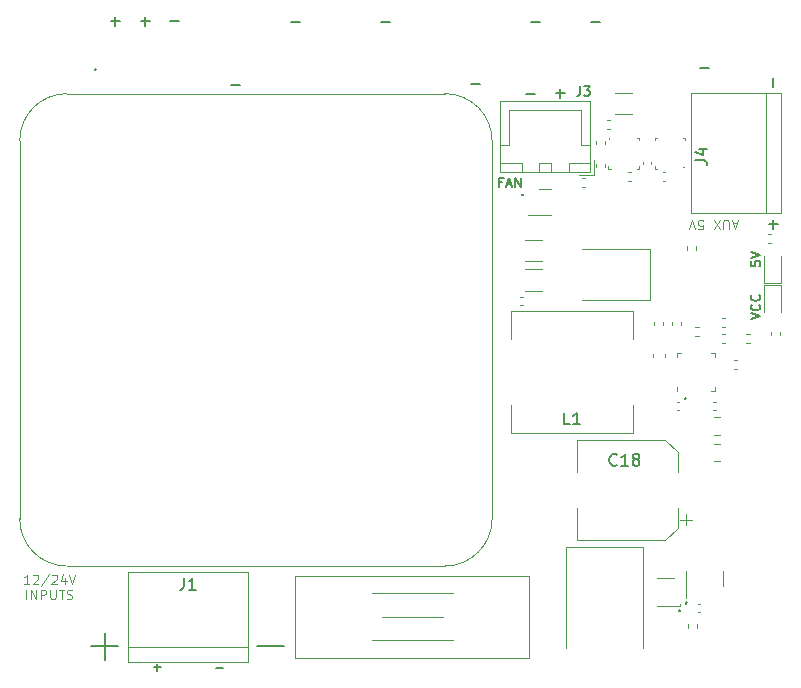
<source format=gbr>
%TF.GenerationSoftware,KiCad,Pcbnew,7.0.10*%
%TF.CreationDate,2024-02-12T00:49:46-06:00*%
%TF.ProjectId,ElectriPi,456c6563-7472-4695-9069-2e6b69636164,rev?*%
%TF.SameCoordinates,PX514cfd0PY32c87d0*%
%TF.FileFunction,Legend,Top*%
%TF.FilePolarity,Positive*%
%FSLAX46Y46*%
G04 Gerber Fmt 4.6, Leading zero omitted, Abs format (unit mm)*
G04 Created by KiCad (PCBNEW 7.0.10) date 2024-02-12 00:49:46*
%MOMM*%
%LPD*%
G01*
G04 APERTURE LIST*
%ADD10C,0.153000*%
%ADD11C,0.150000*%
%ADD12C,0.200000*%
%ADD13C,0.125000*%
%ADD14C,0.100000*%
%ADD15C,0.120000*%
G04 APERTURE END LIST*
D10*
X23219048Y-873710D02*
X23980953Y-873710D01*
D11*
X45619048Y-6923866D02*
X46380953Y-6923866D01*
X46000000Y-7304819D02*
X46000000Y-6542914D01*
X42890419Y-15500000D02*
X42842800Y-15547619D01*
X42842800Y-15547619D02*
X42795180Y-15500000D01*
X42795180Y-15500000D02*
X42842800Y-15452381D01*
X42842800Y-15452381D02*
X42890419Y-15500000D01*
X42890419Y-15500000D02*
X42795180Y-15500000D01*
D12*
X8602857Y-53734600D02*
X6317143Y-53734600D01*
X7460000Y-54877457D02*
X7460000Y-52591742D01*
D11*
X6650000Y-4836104D02*
X6688095Y-4874200D01*
X6688095Y-4874200D02*
X6650000Y-4912295D01*
X6650000Y-4912295D02*
X6611904Y-4874200D01*
X6611904Y-4874200D02*
X6650000Y-4836104D01*
X6650000Y-4836104D02*
X6650000Y-4912295D01*
D12*
X22602857Y-53734600D02*
X20317143Y-53734600D01*
D11*
X62162295Y-26066666D02*
X62962295Y-25799999D01*
X62962295Y-25799999D02*
X62162295Y-25533333D01*
X62886104Y-24809523D02*
X62924200Y-24847619D01*
X62924200Y-24847619D02*
X62962295Y-24961904D01*
X62962295Y-24961904D02*
X62962295Y-25038095D01*
X62962295Y-25038095D02*
X62924200Y-25152381D01*
X62924200Y-25152381D02*
X62848009Y-25228571D01*
X62848009Y-25228571D02*
X62771819Y-25266666D01*
X62771819Y-25266666D02*
X62619438Y-25304762D01*
X62619438Y-25304762D02*
X62505152Y-25304762D01*
X62505152Y-25304762D02*
X62352771Y-25266666D01*
X62352771Y-25266666D02*
X62276580Y-25228571D01*
X62276580Y-25228571D02*
X62200390Y-25152381D01*
X62200390Y-25152381D02*
X62162295Y-25038095D01*
X62162295Y-25038095D02*
X62162295Y-24961904D01*
X62162295Y-24961904D02*
X62200390Y-24847619D01*
X62200390Y-24847619D02*
X62238485Y-24809523D01*
X62886104Y-24009523D02*
X62924200Y-24047619D01*
X62924200Y-24047619D02*
X62962295Y-24161904D01*
X62962295Y-24161904D02*
X62962295Y-24238095D01*
X62962295Y-24238095D02*
X62924200Y-24352381D01*
X62924200Y-24352381D02*
X62848009Y-24428571D01*
X62848009Y-24428571D02*
X62771819Y-24466666D01*
X62771819Y-24466666D02*
X62619438Y-24504762D01*
X62619438Y-24504762D02*
X62505152Y-24504762D01*
X62505152Y-24504762D02*
X62352771Y-24466666D01*
X62352771Y-24466666D02*
X62276580Y-24428571D01*
X62276580Y-24428571D02*
X62200390Y-24352381D01*
X62200390Y-24352381D02*
X62162295Y-24238095D01*
X62162295Y-24238095D02*
X62162295Y-24161904D01*
X62162295Y-24161904D02*
X62200390Y-24047619D01*
X62200390Y-24047619D02*
X62238485Y-24009523D01*
D10*
X18119048Y-6223710D02*
X18880953Y-6223710D01*
D11*
X43119048Y-6973866D02*
X43880953Y-6973866D01*
X62162295Y-21152380D02*
X62162295Y-21533332D01*
X62162295Y-21533332D02*
X62543247Y-21571428D01*
X62543247Y-21571428D02*
X62505152Y-21533332D01*
X62505152Y-21533332D02*
X62467057Y-21457142D01*
X62467057Y-21457142D02*
X62467057Y-21266666D01*
X62467057Y-21266666D02*
X62505152Y-21190475D01*
X62505152Y-21190475D02*
X62543247Y-21152380D01*
X62543247Y-21152380D02*
X62619438Y-21114285D01*
X62619438Y-21114285D02*
X62809914Y-21114285D01*
X62809914Y-21114285D02*
X62886104Y-21152380D01*
X62886104Y-21152380D02*
X62924200Y-21190475D01*
X62924200Y-21190475D02*
X62962295Y-21266666D01*
X62962295Y-21266666D02*
X62962295Y-21457142D01*
X62962295Y-21457142D02*
X62924200Y-21533332D01*
X62924200Y-21533332D02*
X62886104Y-21571428D01*
X62162295Y-20885713D02*
X62962295Y-20619046D01*
X62962295Y-20619046D02*
X62162295Y-20352380D01*
D13*
X61019047Y-17864976D02*
X60638094Y-17864976D01*
X61095237Y-17636404D02*
X60828570Y-18436404D01*
X60828570Y-18436404D02*
X60561904Y-17636404D01*
X60295237Y-18436404D02*
X60295237Y-17788785D01*
X60295237Y-17788785D02*
X60257142Y-17712595D01*
X60257142Y-17712595D02*
X60219047Y-17674500D01*
X60219047Y-17674500D02*
X60142856Y-17636404D01*
X60142856Y-17636404D02*
X59990475Y-17636404D01*
X59990475Y-17636404D02*
X59914285Y-17674500D01*
X59914285Y-17674500D02*
X59876190Y-17712595D01*
X59876190Y-17712595D02*
X59838094Y-17788785D01*
X59838094Y-17788785D02*
X59838094Y-18436404D01*
X59533333Y-18436404D02*
X58999999Y-17636404D01*
X58999999Y-18436404D02*
X59533333Y-17636404D01*
X57704761Y-18436404D02*
X58085713Y-18436404D01*
X58085713Y-18436404D02*
X58123809Y-18055452D01*
X58123809Y-18055452D02*
X58085713Y-18093547D01*
X58085713Y-18093547D02*
X58009523Y-18131642D01*
X58009523Y-18131642D02*
X57819047Y-18131642D01*
X57819047Y-18131642D02*
X57742856Y-18093547D01*
X57742856Y-18093547D02*
X57704761Y-18055452D01*
X57704761Y-18055452D02*
X57666666Y-17979261D01*
X57666666Y-17979261D02*
X57666666Y-17788785D01*
X57666666Y-17788785D02*
X57704761Y-17712595D01*
X57704761Y-17712595D02*
X57742856Y-17674500D01*
X57742856Y-17674500D02*
X57819047Y-17636404D01*
X57819047Y-17636404D02*
X58009523Y-17636404D01*
X58009523Y-17636404D02*
X58085713Y-17674500D01*
X58085713Y-17674500D02*
X58123809Y-17712595D01*
X57438094Y-18436404D02*
X57171427Y-17636404D01*
X57171427Y-17636404D02*
X56904761Y-18436404D01*
D10*
X10499048Y-823710D02*
X11260953Y-823710D01*
X10880000Y-1204663D02*
X10880000Y-442758D01*
D11*
X56600000Y-32709580D02*
X56647619Y-32757200D01*
X56647619Y-32757200D02*
X56600000Y-32804819D01*
X56600000Y-32804819D02*
X56552381Y-32757200D01*
X56552381Y-32757200D02*
X56600000Y-32709580D01*
X56600000Y-32709580D02*
X56600000Y-32804819D01*
X11595238Y-55507533D02*
X12204762Y-55507533D01*
X11900000Y-55812295D02*
X11900000Y-55202771D01*
X64073866Y-18380951D02*
X64073866Y-17619047D01*
X64454819Y-17999999D02*
X63692914Y-17999999D01*
X56140419Y-50750000D02*
X56092800Y-50797619D01*
X56092800Y-50797619D02*
X56045180Y-50750000D01*
X56045180Y-50750000D02*
X56092800Y-50702381D01*
X56092800Y-50702381D02*
X56140419Y-50750000D01*
X56140419Y-50750000D02*
X56045180Y-50750000D01*
X64073866Y-6380951D02*
X64073866Y-5619047D01*
X41102381Y-14443247D02*
X40835715Y-14443247D01*
X40835715Y-14862295D02*
X40835715Y-14062295D01*
X40835715Y-14062295D02*
X41216667Y-14062295D01*
X41483333Y-14633723D02*
X41864286Y-14633723D01*
X41407143Y-14862295D02*
X41673810Y-14062295D01*
X41673810Y-14062295D02*
X41940476Y-14862295D01*
X42207143Y-14862295D02*
X42207143Y-14062295D01*
X42207143Y-14062295D02*
X42664286Y-14862295D01*
X42664286Y-14862295D02*
X42664286Y-14062295D01*
D10*
X7969048Y-823710D02*
X8730953Y-823710D01*
X8350000Y-1204663D02*
X8350000Y-442758D01*
X13019048Y-823710D02*
X13780953Y-823710D01*
X30869048Y-873710D02*
X31630953Y-873710D01*
X57819048Y-4773710D02*
X58580953Y-4773710D01*
X48619048Y-873710D02*
X49380953Y-873710D01*
D11*
X56690000Y-50034580D02*
X56737619Y-50082200D01*
X56737619Y-50082200D02*
X56690000Y-50129819D01*
X56690000Y-50129819D02*
X56642381Y-50082200D01*
X56642381Y-50082200D02*
X56690000Y-50034580D01*
X56690000Y-50034580D02*
X56690000Y-50129819D01*
D10*
X38469048Y-6173710D02*
X39230953Y-6173710D01*
D14*
X1073809Y-48470895D02*
X616666Y-48470895D01*
X845238Y-48470895D02*
X845238Y-47670895D01*
X845238Y-47670895D02*
X769047Y-47785180D01*
X769047Y-47785180D02*
X692857Y-47861371D01*
X692857Y-47861371D02*
X616666Y-47899466D01*
X1378571Y-47747085D02*
X1416667Y-47708990D01*
X1416667Y-47708990D02*
X1492857Y-47670895D01*
X1492857Y-47670895D02*
X1683333Y-47670895D01*
X1683333Y-47670895D02*
X1759524Y-47708990D01*
X1759524Y-47708990D02*
X1797619Y-47747085D01*
X1797619Y-47747085D02*
X1835714Y-47823276D01*
X1835714Y-47823276D02*
X1835714Y-47899466D01*
X1835714Y-47899466D02*
X1797619Y-48013752D01*
X1797619Y-48013752D02*
X1340476Y-48470895D01*
X1340476Y-48470895D02*
X1835714Y-48470895D01*
X2750000Y-47632800D02*
X2064286Y-48661371D01*
X2978571Y-47747085D02*
X3016667Y-47708990D01*
X3016667Y-47708990D02*
X3092857Y-47670895D01*
X3092857Y-47670895D02*
X3283333Y-47670895D01*
X3283333Y-47670895D02*
X3359524Y-47708990D01*
X3359524Y-47708990D02*
X3397619Y-47747085D01*
X3397619Y-47747085D02*
X3435714Y-47823276D01*
X3435714Y-47823276D02*
X3435714Y-47899466D01*
X3435714Y-47899466D02*
X3397619Y-48013752D01*
X3397619Y-48013752D02*
X2940476Y-48470895D01*
X2940476Y-48470895D02*
X3435714Y-48470895D01*
X4121429Y-47937561D02*
X4121429Y-48470895D01*
X3930953Y-47632800D02*
X3740476Y-48204228D01*
X3740476Y-48204228D02*
X4235715Y-48204228D01*
X4426191Y-47670895D02*
X4692858Y-48470895D01*
X4692858Y-48470895D02*
X4959524Y-47670895D01*
X826191Y-49758895D02*
X826191Y-48958895D01*
X1207143Y-49758895D02*
X1207143Y-48958895D01*
X1207143Y-48958895D02*
X1664286Y-49758895D01*
X1664286Y-49758895D02*
X1664286Y-48958895D01*
X2045238Y-49758895D02*
X2045238Y-48958895D01*
X2045238Y-48958895D02*
X2350000Y-48958895D01*
X2350000Y-48958895D02*
X2426190Y-48996990D01*
X2426190Y-48996990D02*
X2464285Y-49035085D01*
X2464285Y-49035085D02*
X2502381Y-49111276D01*
X2502381Y-49111276D02*
X2502381Y-49225561D01*
X2502381Y-49225561D02*
X2464285Y-49301752D01*
X2464285Y-49301752D02*
X2426190Y-49339847D01*
X2426190Y-49339847D02*
X2350000Y-49377942D01*
X2350000Y-49377942D02*
X2045238Y-49377942D01*
X2845238Y-48958895D02*
X2845238Y-49606514D01*
X2845238Y-49606514D02*
X2883333Y-49682704D01*
X2883333Y-49682704D02*
X2921428Y-49720800D01*
X2921428Y-49720800D02*
X2997619Y-49758895D01*
X2997619Y-49758895D02*
X3150000Y-49758895D01*
X3150000Y-49758895D02*
X3226190Y-49720800D01*
X3226190Y-49720800D02*
X3264285Y-49682704D01*
X3264285Y-49682704D02*
X3302381Y-49606514D01*
X3302381Y-49606514D02*
X3302381Y-48958895D01*
X3569047Y-48958895D02*
X4026190Y-48958895D01*
X3797618Y-49758895D02*
X3797618Y-48958895D01*
X4254761Y-49720800D02*
X4369047Y-49758895D01*
X4369047Y-49758895D02*
X4559523Y-49758895D01*
X4559523Y-49758895D02*
X4635714Y-49720800D01*
X4635714Y-49720800D02*
X4673809Y-49682704D01*
X4673809Y-49682704D02*
X4711904Y-49606514D01*
X4711904Y-49606514D02*
X4711904Y-49530323D01*
X4711904Y-49530323D02*
X4673809Y-49454133D01*
X4673809Y-49454133D02*
X4635714Y-49416038D01*
X4635714Y-49416038D02*
X4559523Y-49377942D01*
X4559523Y-49377942D02*
X4407142Y-49339847D01*
X4407142Y-49339847D02*
X4330952Y-49301752D01*
X4330952Y-49301752D02*
X4292857Y-49263657D01*
X4292857Y-49263657D02*
X4254761Y-49187466D01*
X4254761Y-49187466D02*
X4254761Y-49111276D01*
X4254761Y-49111276D02*
X4292857Y-49035085D01*
X4292857Y-49035085D02*
X4330952Y-48996990D01*
X4330952Y-48996990D02*
X4407142Y-48958895D01*
X4407142Y-48958895D02*
X4597619Y-48958895D01*
X4597619Y-48958895D02*
X4711904Y-48996990D01*
D10*
X43519048Y-873710D02*
X44280953Y-873710D01*
D11*
X16845238Y-55557533D02*
X17454762Y-55557533D01*
X14166666Y-47954819D02*
X14166666Y-48669104D01*
X14166666Y-48669104D02*
X14119047Y-48811961D01*
X14119047Y-48811961D02*
X14023809Y-48907200D01*
X14023809Y-48907200D02*
X13880952Y-48954819D01*
X13880952Y-48954819D02*
X13785714Y-48954819D01*
X15166666Y-48954819D02*
X14595238Y-48954819D01*
X14880952Y-48954819D02*
X14880952Y-47954819D01*
X14880952Y-47954819D02*
X14785714Y-48097676D01*
X14785714Y-48097676D02*
X14690476Y-48192914D01*
X14690476Y-48192914D02*
X14595238Y-48240533D01*
X50807142Y-38359580D02*
X50759523Y-38407200D01*
X50759523Y-38407200D02*
X50616666Y-38454819D01*
X50616666Y-38454819D02*
X50521428Y-38454819D01*
X50521428Y-38454819D02*
X50378571Y-38407200D01*
X50378571Y-38407200D02*
X50283333Y-38311961D01*
X50283333Y-38311961D02*
X50235714Y-38216723D01*
X50235714Y-38216723D02*
X50188095Y-38026247D01*
X50188095Y-38026247D02*
X50188095Y-37883390D01*
X50188095Y-37883390D02*
X50235714Y-37692914D01*
X50235714Y-37692914D02*
X50283333Y-37597676D01*
X50283333Y-37597676D02*
X50378571Y-37502438D01*
X50378571Y-37502438D02*
X50521428Y-37454819D01*
X50521428Y-37454819D02*
X50616666Y-37454819D01*
X50616666Y-37454819D02*
X50759523Y-37502438D01*
X50759523Y-37502438D02*
X50807142Y-37550057D01*
X51759523Y-38454819D02*
X51188095Y-38454819D01*
X51473809Y-38454819D02*
X51473809Y-37454819D01*
X51473809Y-37454819D02*
X51378571Y-37597676D01*
X51378571Y-37597676D02*
X51283333Y-37692914D01*
X51283333Y-37692914D02*
X51188095Y-37740533D01*
X52330952Y-37883390D02*
X52235714Y-37835771D01*
X52235714Y-37835771D02*
X52188095Y-37788152D01*
X52188095Y-37788152D02*
X52140476Y-37692914D01*
X52140476Y-37692914D02*
X52140476Y-37645295D01*
X52140476Y-37645295D02*
X52188095Y-37550057D01*
X52188095Y-37550057D02*
X52235714Y-37502438D01*
X52235714Y-37502438D02*
X52330952Y-37454819D01*
X52330952Y-37454819D02*
X52521428Y-37454819D01*
X52521428Y-37454819D02*
X52616666Y-37502438D01*
X52616666Y-37502438D02*
X52664285Y-37550057D01*
X52664285Y-37550057D02*
X52711904Y-37645295D01*
X52711904Y-37645295D02*
X52711904Y-37692914D01*
X52711904Y-37692914D02*
X52664285Y-37788152D01*
X52664285Y-37788152D02*
X52616666Y-37835771D01*
X52616666Y-37835771D02*
X52521428Y-37883390D01*
X52521428Y-37883390D02*
X52330952Y-37883390D01*
X52330952Y-37883390D02*
X52235714Y-37931009D01*
X52235714Y-37931009D02*
X52188095Y-37978628D01*
X52188095Y-37978628D02*
X52140476Y-38073866D01*
X52140476Y-38073866D02*
X52140476Y-38264342D01*
X52140476Y-38264342D02*
X52188095Y-38359580D01*
X52188095Y-38359580D02*
X52235714Y-38407200D01*
X52235714Y-38407200D02*
X52330952Y-38454819D01*
X52330952Y-38454819D02*
X52521428Y-38454819D01*
X52521428Y-38454819D02*
X52616666Y-38407200D01*
X52616666Y-38407200D02*
X52664285Y-38359580D01*
X52664285Y-38359580D02*
X52711904Y-38264342D01*
X52711904Y-38264342D02*
X52711904Y-38073866D01*
X52711904Y-38073866D02*
X52664285Y-37978628D01*
X52664285Y-37978628D02*
X52616666Y-37931009D01*
X52616666Y-37931009D02*
X52521428Y-37883390D01*
X47733333Y-6312295D02*
X47733333Y-6883723D01*
X47733333Y-6883723D02*
X47695238Y-6998009D01*
X47695238Y-6998009D02*
X47619047Y-7074200D01*
X47619047Y-7074200D02*
X47504762Y-7112295D01*
X47504762Y-7112295D02*
X47428571Y-7112295D01*
X48038095Y-6312295D02*
X48533333Y-6312295D01*
X48533333Y-6312295D02*
X48266667Y-6617057D01*
X48266667Y-6617057D02*
X48380952Y-6617057D01*
X48380952Y-6617057D02*
X48457143Y-6655152D01*
X48457143Y-6655152D02*
X48495238Y-6693247D01*
X48495238Y-6693247D02*
X48533333Y-6769438D01*
X48533333Y-6769438D02*
X48533333Y-6959914D01*
X48533333Y-6959914D02*
X48495238Y-7036104D01*
X48495238Y-7036104D02*
X48457143Y-7074200D01*
X48457143Y-7074200D02*
X48380952Y-7112295D01*
X48380952Y-7112295D02*
X48152381Y-7112295D01*
X48152381Y-7112295D02*
X48076190Y-7074200D01*
X48076190Y-7074200D02*
X48038095Y-7036104D01*
X46833333Y-34954819D02*
X46357143Y-34954819D01*
X46357143Y-34954819D02*
X46357143Y-33954819D01*
X47690476Y-34954819D02*
X47119048Y-34954819D01*
X47404762Y-34954819D02*
X47404762Y-33954819D01*
X47404762Y-33954819D02*
X47309524Y-34097676D01*
X47309524Y-34097676D02*
X47214286Y-34192914D01*
X47214286Y-34192914D02*
X47119048Y-34240533D01*
X57454819Y-12583333D02*
X58169104Y-12583333D01*
X58169104Y-12583333D02*
X58311961Y-12630952D01*
X58311961Y-12630952D02*
X58407200Y-12726190D01*
X58407200Y-12726190D02*
X58454819Y-12869047D01*
X58454819Y-12869047D02*
X58454819Y-12964285D01*
X57788152Y-11678571D02*
X58454819Y-11678571D01*
X57407200Y-11916666D02*
X58121485Y-12154761D01*
X58121485Y-12154761D02*
X58121485Y-11535714D01*
D15*
%TO.C,R11*%
X59696359Y-25970000D02*
X60003641Y-25970000D01*
X59696359Y-26730000D02*
X60003641Y-26730000D01*
%TO.C,D4*%
X56690000Y-48000000D02*
X56690000Y-49675000D01*
X56690000Y-48000000D02*
X56690000Y-47350000D01*
X59810000Y-48000000D02*
X59810000Y-48650000D01*
X59810000Y-48000000D02*
X59810000Y-47350000D01*
%TO.C,C9*%
X52990000Y-12937836D02*
X52990000Y-12722164D01*
X53710000Y-12937836D02*
X53710000Y-12722164D01*
%TO.C,C8*%
X56107836Y-33760000D02*
X55892164Y-33760000D01*
X56107836Y-33040000D02*
X55892164Y-33040000D01*
D14*
%TO.C,U4*%
X56600000Y-10700000D02*
X56600000Y-10900000D01*
X56400000Y-10700000D02*
X56600000Y-10700000D01*
X54200000Y-13300000D02*
X54000000Y-13300000D01*
X54200000Y-10700000D02*
X54000000Y-10700000D01*
X54000000Y-13300000D02*
X54000000Y-13100000D01*
X54000000Y-10700000D02*
X54000000Y-10900000D01*
D12*
X56500001Y-13200000D02*
G75*
G03*
X56499999Y-13200000I-1J0D01*
G01*
X56499999Y-13200000D02*
G75*
G03*
X56500001Y-13200000I1J0D01*
G01*
D15*
%TO.C,R13*%
X57480000Y-19846359D02*
X57480000Y-20153641D01*
X56720000Y-19846359D02*
X56720000Y-20153641D01*
%TO.C,U3*%
X43250000Y-17260000D02*
X45250000Y-17260000D01*
X44250000Y-15040000D02*
X45250000Y-15040000D01*
%TO.C,R10*%
X48153641Y-14880000D02*
X47846359Y-14880000D01*
X48153641Y-14120000D02*
X47846359Y-14120000D01*
%TO.C,J1*%
X9420000Y-47440000D02*
X9420000Y-55060000D01*
X9420000Y-55060000D02*
X19580000Y-55060000D01*
X19580000Y-47440000D02*
X9420000Y-47440000D01*
X19580000Y-53790000D02*
X9420000Y-53790000D01*
X19580000Y-55060000D02*
X19580000Y-47440000D01*
D14*
%TO.C,U1*%
X50100000Y-13300000D02*
X50100000Y-13100000D01*
X50300000Y-13300000D02*
X50100000Y-13300000D01*
X52500000Y-10700000D02*
X52700000Y-10700000D01*
X52500000Y-13300000D02*
X52700000Y-13300000D01*
X52700000Y-10700000D02*
X52700000Y-10900000D01*
X52700000Y-13300000D02*
X52700000Y-13100000D01*
D12*
X50200001Y-10800000D02*
G75*
G03*
X50199999Y-10800000I-1J0D01*
G01*
X50199999Y-10800000D02*
G75*
G03*
X50200001Y-10800000I1J0D01*
G01*
D15*
%TO.C,C3*%
X53840000Y-29290580D02*
X53840000Y-29009420D01*
X54860000Y-29290580D02*
X54860000Y-29009420D01*
%TO.C,R14*%
X57446359Y-26720000D02*
X57753641Y-26720000D01*
X57446359Y-27480000D02*
X57753641Y-27480000D01*
%TO.C,C5*%
X44461252Y-21160000D02*
X43038748Y-21160000D01*
X44461252Y-19340000D02*
X43038748Y-19340000D01*
%TO.C,Q1*%
X56125000Y-50300000D02*
X56125000Y-50200000D01*
X56125000Y-50300000D02*
X54175000Y-50300000D01*
X54175000Y-48000000D02*
X55675000Y-48000000D01*
%TO.C,R3*%
X56870000Y-52153641D02*
X56870000Y-51846359D01*
X57630000Y-52153641D02*
X57630000Y-51846359D01*
%TO.C,D1*%
X53000000Y-45340000D02*
X53000000Y-53850000D01*
X46500000Y-45340000D02*
X53000000Y-45340000D01*
X46500000Y-45340000D02*
X46500000Y-53850000D01*
%TO.C,R1*%
X61746359Y-27270000D02*
X62053641Y-27270000D01*
X61746359Y-28030000D02*
X62053641Y-28030000D01*
%TO.C,C6*%
X58972164Y-33040000D02*
X59187836Y-33040000D01*
X58972164Y-33760000D02*
X59187836Y-33760000D01*
%TO.C,C12*%
X52111252Y-8710000D02*
X50688748Y-8710000D01*
X52111252Y-6890000D02*
X50688748Y-6890000D01*
%TO.C,R5*%
X55470000Y-26553641D02*
X55470000Y-26246359D01*
X56230000Y-26553641D02*
X56230000Y-26246359D01*
%TO.C,IC2*%
X59110000Y-32110000D02*
X58785000Y-32110000D01*
X55890000Y-31785000D02*
X55890000Y-32110000D01*
X59110000Y-31785000D02*
X59110000Y-32110000D01*
X55890000Y-29215000D02*
X55890000Y-28890000D01*
X59110000Y-29215000D02*
X59110000Y-28890000D01*
X55890000Y-28890000D02*
X56215000Y-28890000D01*
X59110000Y-28890000D02*
X58785000Y-28890000D01*
%TO.C,R12*%
X61003641Y-30280000D02*
X60696359Y-30280000D01*
X61003641Y-29520000D02*
X60696359Y-29520000D01*
%TO.C,C4*%
X44461252Y-23660000D02*
X43038748Y-23660000D01*
X44461252Y-21840000D02*
X43038748Y-21840000D01*
%TO.C,C11*%
X54907836Y-14310000D02*
X54692164Y-14310000D01*
X54907836Y-13590000D02*
X54692164Y-13590000D01*
%TO.C,R6*%
X63903641Y-19630000D02*
X63596359Y-19630000D01*
X63903641Y-18870000D02*
X63596359Y-18870000D01*
%TO.C,F1*%
X23600000Y-47780000D02*
X23600000Y-54720000D01*
X23600000Y-54720000D02*
X43400000Y-54720000D01*
X30100000Y-49250000D02*
X36900000Y-49250000D01*
X30950000Y-51250000D02*
X36050000Y-51250000D01*
X36900000Y-53250000D02*
X30100000Y-53250000D01*
X43400000Y-47780000D02*
X23600000Y-47780000D01*
X43400000Y-54720000D02*
X43400000Y-47780000D01*
%TO.C,C18*%
X57200000Y-43010000D02*
X56200000Y-43010000D01*
X56700000Y-43510000D02*
X56700000Y-42510000D01*
X55960000Y-43695563D02*
X55960000Y-42010000D01*
X55960000Y-43695563D02*
X54895563Y-44760000D01*
X55960000Y-37304437D02*
X55960000Y-38990000D01*
X55960000Y-37304437D02*
X54895563Y-36240000D01*
X54895563Y-44760000D02*
X47440000Y-44760000D01*
X54895563Y-36240000D02*
X47440000Y-36240000D01*
X47440000Y-44760000D02*
X47440000Y-42010000D01*
X47440000Y-36240000D02*
X47440000Y-38990000D01*
%TO.C,J3*%
X48850000Y-13850000D02*
X48850000Y-12600000D01*
X48560000Y-13560000D02*
X48560000Y-7590000D01*
X48560000Y-7590000D02*
X40940000Y-7590000D01*
X48550000Y-13550000D02*
X48550000Y-12800000D01*
X48550000Y-12800000D02*
X46750000Y-12800000D01*
X48550000Y-11300000D02*
X47800000Y-11300000D01*
X47800000Y-11300000D02*
X47800000Y-8350000D01*
X47800000Y-8350000D02*
X44750000Y-8350000D01*
X47600000Y-13850000D02*
X48850000Y-13850000D01*
X46750000Y-13550000D02*
X48550000Y-13550000D01*
X46750000Y-12800000D02*
X46750000Y-13550000D01*
X45250000Y-13550000D02*
X45250000Y-12800000D01*
X45250000Y-12800000D02*
X44250000Y-12800000D01*
X44250000Y-13550000D02*
X45250000Y-13550000D01*
X44250000Y-12800000D02*
X44250000Y-13550000D01*
X42750000Y-13550000D02*
X42750000Y-12800000D01*
X42750000Y-12800000D02*
X40950000Y-12800000D01*
X41700000Y-11300000D02*
X41700000Y-8350000D01*
X41700000Y-8350000D02*
X44750000Y-8350000D01*
X40950000Y-13550000D02*
X42750000Y-13550000D01*
X40950000Y-12800000D02*
X40950000Y-13550000D01*
X40950000Y-11300000D02*
X41700000Y-11300000D01*
X40940000Y-13560000D02*
X48560000Y-13560000D01*
X40940000Y-7590000D02*
X40940000Y-13560000D01*
%TO.C,R9*%
X49830000Y-12896359D02*
X49830000Y-13203641D01*
X49070000Y-12896359D02*
X49070000Y-13203641D01*
%TO.C,C1*%
X59038748Y-34365000D02*
X59561252Y-34365000D01*
X59038748Y-35835000D02*
X59561252Y-35835000D01*
%TO.C,R2*%
X49830000Y-10946359D02*
X49830000Y-11253641D01*
X49070000Y-10946359D02*
X49070000Y-11253641D01*
%TO.C,C7*%
X42857836Y-24860000D02*
X42642164Y-24860000D01*
X42857836Y-24140000D02*
X42642164Y-24140000D01*
%TO.C,R4*%
X54730000Y-26246359D02*
X54730000Y-26553641D01*
X53970000Y-26246359D02*
X53970000Y-26553641D01*
%TO.C,C2*%
X59038748Y-36615000D02*
X59561252Y-36615000D01*
X59038748Y-38085000D02*
X59561252Y-38085000D01*
%TO.C,D5*%
X64735000Y-23175000D02*
X63265000Y-23175000D01*
X63265000Y-23175000D02*
X63265000Y-25460000D01*
X64735000Y-25460000D02*
X64735000Y-23175000D01*
D14*
%TO.C,U2*%
X250000Y-42950000D02*
X250000Y-10950000D01*
X4250000Y-6950000D02*
X36250000Y-6950000D01*
X36250000Y-46950000D02*
X4250000Y-46950000D01*
X40250000Y-10950000D02*
X40250000Y-42950000D01*
X4250000Y-6950000D02*
G75*
G03*
X250000Y-10950000I0J-4000000D01*
G01*
X250000Y-42950000D02*
G75*
G03*
X4250000Y-46950000I4000000J0D01*
G01*
X40250000Y-10950000D02*
G75*
G03*
X36250000Y-6950000I-4000000J0D01*
G01*
X36250000Y-46950000D02*
G75*
G03*
X40250000Y-42950000I0J4000000D01*
G01*
D15*
%TO.C,C10*%
X51792164Y-13590000D02*
X52007836Y-13590000D01*
X51792164Y-14310000D02*
X52007836Y-14310000D01*
%TO.C,D3*%
X63265000Y-22945000D02*
X64735000Y-22945000D01*
X64735000Y-22945000D02*
X64735000Y-20660000D01*
X63265000Y-20660000D02*
X63265000Y-22945000D01*
%TO.C,L1*%
X52180000Y-35680000D02*
X41820000Y-35680000D01*
X52180000Y-33275000D02*
X52180000Y-35680000D01*
X52180000Y-27725000D02*
X52180000Y-25320000D01*
X52180000Y-25320000D02*
X41820000Y-25320000D01*
X41820000Y-35680000D02*
X41820000Y-33275000D01*
X41820000Y-25320000D02*
X41820000Y-27725000D01*
%TO.C,R8*%
X64630000Y-27106359D02*
X64630000Y-27413641D01*
X63870000Y-27106359D02*
X63870000Y-27413641D01*
%TO.C,J4*%
X57090000Y-17040000D02*
X64710000Y-17040000D01*
X64710000Y-17040000D02*
X64710000Y-6880000D01*
X57090000Y-6880000D02*
X57090000Y-17040000D01*
X63440000Y-6880000D02*
X63440000Y-17040000D01*
X64710000Y-6880000D02*
X57090000Y-6880000D01*
%TO.C,D2*%
X53660000Y-24400000D02*
X53660000Y-20100000D01*
X53660000Y-24400000D02*
X47850000Y-24400000D01*
X53660000Y-20100000D02*
X47850000Y-20100000D01*
%TO.C,R15*%
X50253641Y-9930000D02*
X49946359Y-9930000D01*
X50253641Y-9170000D02*
X49946359Y-9170000D01*
%TO.C,C17*%
X57642164Y-50140000D02*
X57857836Y-50140000D01*
X57642164Y-50860000D02*
X57857836Y-50860000D01*
%TO.C,R7*%
X60003641Y-28030000D02*
X59696359Y-28030000D01*
X60003641Y-27270000D02*
X59696359Y-27270000D01*
%TD*%
M02*

</source>
